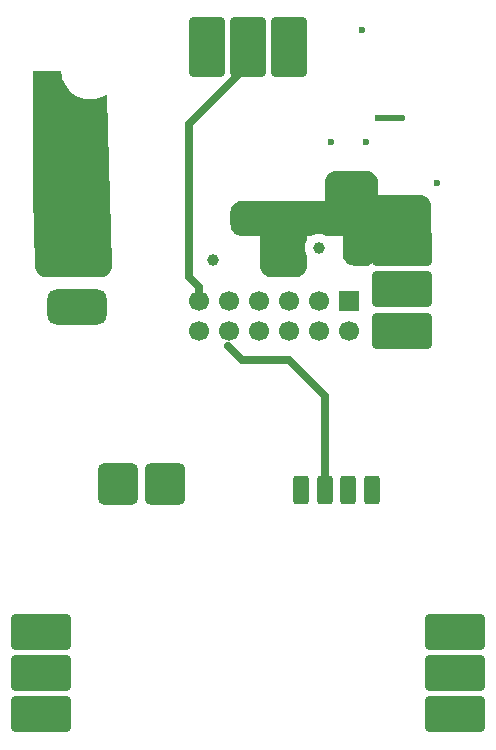
<source format=gbr>
%TF.GenerationSoftware,KiCad,Pcbnew,9.0.6*%
%TF.CreationDate,2025-11-04T19:27:02-06:00*%
%TF.ProjectId,PD_Board_v3,50445f42-6f61-4726-945f-76332e6b6963,rev?*%
%TF.SameCoordinates,Original*%
%TF.FileFunction,Copper,L2,Inr*%
%TF.FilePolarity,Positive*%
%FSLAX46Y46*%
G04 Gerber Fmt 4.6, Leading zero omitted, Abs format (unit mm)*
G04 Created by KiCad (PCBNEW 9.0.6) date 2025-11-04 19:27:02*
%MOMM*%
%LPD*%
G01*
G04 APERTURE LIST*
G04 Aperture macros list*
%AMRoundRect*
0 Rectangle with rounded corners*
0 $1 Rounding radius*
0 $2 $3 $4 $5 $6 $7 $8 $9 X,Y pos of 4 corners*
0 Add a 4 corners polygon primitive as box body*
4,1,4,$2,$3,$4,$5,$6,$7,$8,$9,$2,$3,0*
0 Add four circle primitives for the rounded corners*
1,1,$1+$1,$2,$3*
1,1,$1+$1,$4,$5*
1,1,$1+$1,$6,$7*
1,1,$1+$1,$8,$9*
0 Add four rect primitives between the rounded corners*
20,1,$1+$1,$2,$3,$4,$5,0*
20,1,$1+$1,$4,$5,$6,$7,0*
20,1,$1+$1,$6,$7,$8,$9,0*
20,1,$1+$1,$8,$9,$2,$3,0*%
G04 Aperture macros list end*
%TA.AperFunction,ComponentPad*%
%ADD10RoundRect,0.511413X-1.193298X-1.239257X1.193298X-1.239257X1.193298X1.239257X-1.193298X1.239257X0*%
%TD*%
%TA.AperFunction,ComponentPad*%
%ADD11RoundRect,0.519917X-1.213138X-1.247688X1.213138X-1.247688X1.213138X1.247688X-1.213138X1.247688X0*%
%TD*%
%TA.AperFunction,ComponentPad*%
%ADD12RoundRect,0.197827X-0.461597X-0.989841X0.461597X-0.989841X0.461597X0.989841X-0.461597X0.989841X0*%
%TD*%
%TA.AperFunction,ComponentPad*%
%ADD13RoundRect,0.250000X-2.250000X-1.250000X2.250000X-1.250000X2.250000X1.250000X-2.250000X1.250000X0*%
%TD*%
%TA.AperFunction,ComponentPad*%
%ADD14R,1.700000X1.700000*%
%TD*%
%TA.AperFunction,ComponentPad*%
%ADD15C,1.700000*%
%TD*%
%TA.AperFunction,ComponentPad*%
%ADD16RoundRect,0.750000X-1.750000X-0.750000X1.750000X-0.750000X1.750000X0.750000X-1.750000X0.750000X0*%
%TD*%
%TA.AperFunction,ComponentPad*%
%ADD17RoundRect,0.250000X1.250000X-2.250000X1.250000X2.250000X-1.250000X2.250000X-1.250000X-2.250000X0*%
%TD*%
%TA.AperFunction,ViaPad*%
%ADD18C,0.600000*%
%TD*%
%TA.AperFunction,ViaPad*%
%ADD19C,1.000000*%
%TD*%
%TA.AperFunction,Conductor*%
%ADD20C,0.700000*%
%TD*%
%TA.AperFunction,Conductor*%
%ADD21C,0.500000*%
%TD*%
G04 APERTURE END LIST*
D10*
%TO.N,+BATT_SW*%
%TO.C,E1*%
X132500000Y-88000000D03*
D11*
%TO.N,GND*%
X136500000Y-88000000D03*
D12*
X148000000Y-88500000D03*
%TO.N,+5V*%
X150000000Y-88500000D03*
%TO.N,/S3*%
X152000000Y-88500000D03*
%TO.N,/S4*%
X154000000Y-88500000D03*
D13*
%TO.N,unconnected-(E1-D0_0-Pad7)*%
X126000000Y-100500000D03*
%TO.N,unconnected-(E1-D0_1-Pad8)*%
X126000000Y-104000000D03*
%TO.N,unconnected-(E1-D0_2-Pad9)*%
X126000000Y-107500000D03*
%TO.N,unconnected-(E1-D1_0-Pad10)*%
X161000000Y-100500000D03*
%TO.N,unconnected-(E1-D1_1-Pad11)*%
X161000000Y-104000000D03*
%TO.N,unconnected-(E1-D1_2-Pad12)*%
X161000000Y-107500000D03*
%TD*%
%TO.N,+6V*%
%TO.C,J7*%
X156500000Y-68000000D03*
%TO.N,/S1*%
X156500000Y-71500000D03*
%TO.N,GND*%
X156500000Y-75000000D03*
%TD*%
D14*
%TO.N,/S1*%
%TO.C,J5*%
X152040000Y-72500000D03*
D15*
%TO.N,+5V*%
X149500000Y-72500000D03*
%TO.N,GND*%
X146960000Y-72500000D03*
X144420000Y-72500000D03*
%TO.N,+5V*%
X141880000Y-72500000D03*
%TO.N,/S2*%
X139340000Y-72500000D03*
%TO.N,/S3*%
X152040000Y-75040000D03*
%TO.N,+5V*%
X149500000Y-75040000D03*
%TO.N,GND*%
X146960000Y-75040000D03*
X144420000Y-75040000D03*
%TO.N,+5V*%
X141880000Y-75040000D03*
%TO.N,/S4*%
X139340000Y-75040000D03*
%TD*%
D16*
%TO.N,+BATT*%
%TO.C,J2*%
X129000000Y-68000000D03*
%TO.N,GND*%
X129000000Y-73000000D03*
%TD*%
D17*
%TO.N,+BATT_SW*%
%TO.C,J1*%
X140000000Y-51000000D03*
%TO.N,/S2*%
X143500000Y-51000000D03*
%TO.N,GND*%
X147000000Y-51000000D03*
%TD*%
D18*
%TO.N,+6V*%
X152500000Y-69000000D03*
X154500000Y-64500000D03*
X150500000Y-64500000D03*
X152500000Y-67500000D03*
X154500000Y-66000000D03*
X158500000Y-64500000D03*
X152500000Y-64500000D03*
X156500000Y-66000000D03*
X158500000Y-66000000D03*
X156500000Y-64500000D03*
X148500000Y-66000000D03*
X152500000Y-66000000D03*
X148500000Y-64500000D03*
X150500000Y-66000000D03*
%TO.N,GND*%
X153175000Y-49595000D03*
D19*
X140500000Y-69000000D03*
D18*
X159500000Y-62500000D03*
X150500000Y-59000000D03*
D19*
X149500000Y-68000000D03*
D18*
X153500000Y-59000000D03*
%TO.N,+BATT*%
X127500000Y-59500000D03*
X130500000Y-65500000D03*
X130500000Y-62500000D03*
X130500000Y-59500000D03*
X127500000Y-65500000D03*
X127500000Y-57000000D03*
X127500000Y-62500000D03*
%TO.N,Net-(U1-EN)*%
X156500000Y-57000000D03*
X154500000Y-57000000D03*
%TD*%
D20*
%TO.N,/S2*%
X139340000Y-72500000D02*
X139340000Y-71340000D01*
X139340000Y-71340000D02*
X138500000Y-70500000D01*
X138500000Y-70500000D02*
X138500000Y-57500000D01*
X138500000Y-57500000D02*
X143500000Y-52500000D01*
X143500000Y-52500000D02*
X143500000Y-51000000D01*
%TO.N,+5V*%
X141840000Y-76340000D02*
X143000000Y-77500000D01*
X147000000Y-77500000D02*
X149500000Y-80000000D01*
X150000000Y-88500000D02*
X150000000Y-80500000D01*
X150000000Y-80500000D02*
X149500000Y-80000000D01*
X143000000Y-77500000D02*
X147000000Y-77500000D01*
%TO.N,/S3*%
X152080000Y-88420000D02*
X152000000Y-88500000D01*
%TO.N,/S1*%
X156460000Y-71460000D02*
X156500000Y-71500000D01*
D21*
%TO.N,Net-(U1-EN)*%
X156500000Y-57000000D02*
X154500000Y-57000000D01*
%TD*%
%TA.AperFunction,Conductor*%
%TO.N,+BATT*%
G36*
X127642549Y-53019685D02*
G01*
X127688304Y-53072489D01*
X127699510Y-53124000D01*
X127699510Y-53134813D01*
X127729696Y-53402718D01*
X127729698Y-53402734D01*
X127789692Y-53665587D01*
X127789696Y-53665599D01*
X127878739Y-53920068D01*
X127878745Y-53920082D01*
X127995723Y-54162989D01*
X127995725Y-54162992D01*
X128139170Y-54391283D01*
X128307273Y-54602078D01*
X128497922Y-54792727D01*
X128708717Y-54960830D01*
X128937008Y-55104275D01*
X129179925Y-55221258D01*
X129179931Y-55221260D01*
X129434400Y-55310303D01*
X129434412Y-55310307D01*
X129697269Y-55370302D01*
X129965186Y-55400489D01*
X129965187Y-55400490D01*
X129965191Y-55400490D01*
X130234813Y-55400490D01*
X130234813Y-55400489D01*
X130502731Y-55370302D01*
X130765588Y-55310307D01*
X131020075Y-55221258D01*
X131262992Y-55104275D01*
X131371156Y-55036310D01*
X131438392Y-55017310D01*
X131505227Y-55037677D01*
X131550442Y-55090945D01*
X131561077Y-55137763D01*
X131970435Y-69465236D01*
X131970170Y-69477622D01*
X131957262Y-69658112D01*
X131953042Y-69682499D01*
X131906219Y-69850822D01*
X131897240Y-69873885D01*
X131817919Y-70029560D01*
X131804539Y-70050379D01*
X131695888Y-70187196D01*
X131678640Y-70204944D01*
X131544974Y-70317465D01*
X131524552Y-70331429D01*
X131455322Y-70369231D01*
X131371205Y-70415163D01*
X131348409Y-70424796D01*
X131181493Y-70476407D01*
X131157238Y-70481322D01*
X130977192Y-70499381D01*
X130964817Y-70500000D01*
X126477813Y-70500000D01*
X126465880Y-70499424D01*
X126416472Y-70494646D01*
X126292186Y-70482630D01*
X126268761Y-70478058D01*
X126107253Y-70430008D01*
X126085137Y-70421032D01*
X125935826Y-70342929D01*
X125915840Y-70329882D01*
X125784262Y-70224622D01*
X125767146Y-70207988D01*
X125658172Y-70079470D01*
X125644560Y-70059865D01*
X125562224Y-69912845D01*
X125552620Y-69890994D01*
X125546993Y-69873885D01*
X125499977Y-69730925D01*
X125494739Y-69707647D01*
X125472990Y-69534491D01*
X125472074Y-69522579D01*
X125300543Y-63518994D01*
X125300492Y-63515453D01*
X125300492Y-53124000D01*
X125320177Y-53056961D01*
X125372981Y-53011206D01*
X125424492Y-53000000D01*
X127575510Y-53000000D01*
X127642549Y-53019685D01*
G37*
%TD.AperFunction*%
%TD*%
%TA.AperFunction,Conductor*%
%TO.N,+6V*%
G36*
X152695833Y-61484965D02*
G01*
X153502290Y-61491685D01*
X153514353Y-61492376D01*
X153690164Y-61511080D01*
X153713828Y-61515967D01*
X153875723Y-61566277D01*
X153876846Y-61566626D01*
X153899126Y-61576018D01*
X154049212Y-61657349D01*
X154069247Y-61670888D01*
X154200694Y-61779799D01*
X154217720Y-61796967D01*
X154325529Y-61929313D01*
X154338900Y-61949460D01*
X154418975Y-62100212D01*
X154428182Y-62122571D01*
X154477480Y-62286006D01*
X154482172Y-62309725D01*
X154499409Y-62485668D01*
X154500000Y-62497758D01*
X154500000Y-63500000D01*
X157993907Y-63500000D01*
X158006061Y-63500597D01*
X158182941Y-63518018D01*
X158206769Y-63522757D01*
X158371001Y-63572576D01*
X158393453Y-63581877D01*
X158544798Y-63662772D01*
X158565010Y-63676277D01*
X158697666Y-63785145D01*
X158714854Y-63802333D01*
X158823722Y-63934989D01*
X158837227Y-63955201D01*
X158918121Y-64106543D01*
X158927424Y-64129001D01*
X158977240Y-64293224D01*
X158981982Y-64317065D01*
X158999403Y-64493938D01*
X159000000Y-64506092D01*
X159000000Y-68493907D01*
X158999403Y-68506061D01*
X158981982Y-68682934D01*
X158977240Y-68706775D01*
X158927424Y-68870998D01*
X158918121Y-68893456D01*
X158837227Y-69044798D01*
X158823722Y-69065010D01*
X158714854Y-69197666D01*
X158697667Y-69214854D01*
X158628821Y-69271353D01*
X158564514Y-69298666D01*
X158550158Y-69299500D01*
X154194862Y-69299500D01*
X154182599Y-69300590D01*
X154081451Y-69309582D01*
X153895596Y-69362762D01*
X153724243Y-69452269D01*
X153699921Y-69472102D01*
X153635525Y-69499211D01*
X153621561Y-69500000D01*
X152506093Y-69500000D01*
X152493939Y-69499403D01*
X152317065Y-69481982D01*
X152293224Y-69477240D01*
X152129001Y-69427424D01*
X152106543Y-69418121D01*
X151955201Y-69337227D01*
X151934989Y-69323722D01*
X151802333Y-69214854D01*
X151785145Y-69197666D01*
X151676277Y-69065010D01*
X151662772Y-69044798D01*
X151581878Y-68893456D01*
X151572575Y-68870998D01*
X151522757Y-68706769D01*
X151518018Y-68682941D01*
X151500597Y-68506061D01*
X151500000Y-68493907D01*
X151500000Y-67000000D01*
X150500000Y-67000000D01*
X150206321Y-67000000D01*
X150139282Y-66980315D01*
X150133433Y-66976316D01*
X150129201Y-66973241D01*
X149960836Y-66887454D01*
X149781118Y-66829059D01*
X149594486Y-66799500D01*
X149594481Y-66799500D01*
X149405519Y-66799500D01*
X149405514Y-66799500D01*
X149218881Y-66829059D01*
X149039163Y-66887454D01*
X148870798Y-66973241D01*
X148866567Y-66976316D01*
X148800761Y-66999798D01*
X148793679Y-67000000D01*
X148500000Y-67000000D01*
X148500000Y-67293678D01*
X148480315Y-67360717D01*
X148476320Y-67366560D01*
X148473242Y-67370795D01*
X148387454Y-67539163D01*
X148329059Y-67718881D01*
X148299500Y-67905513D01*
X148299500Y-68094486D01*
X148329059Y-68281118D01*
X148387454Y-68460836D01*
X148410498Y-68506061D01*
X148473240Y-68629199D01*
X148476315Y-68633431D01*
X148499797Y-68699233D01*
X148500000Y-68706320D01*
X148500000Y-69493907D01*
X148499403Y-69506061D01*
X148481982Y-69682934D01*
X148477240Y-69706775D01*
X148427424Y-69870998D01*
X148418121Y-69893456D01*
X148337227Y-70044798D01*
X148323722Y-70065010D01*
X148214854Y-70197666D01*
X148197666Y-70214854D01*
X148065010Y-70323722D01*
X148044798Y-70337227D01*
X147893456Y-70418121D01*
X147870998Y-70427424D01*
X147706775Y-70477240D01*
X147682934Y-70481982D01*
X147506061Y-70499403D01*
X147493907Y-70500000D01*
X145506093Y-70500000D01*
X145493939Y-70499403D01*
X145317065Y-70481982D01*
X145293224Y-70477240D01*
X145129001Y-70427424D01*
X145106543Y-70418121D01*
X144955201Y-70337227D01*
X144934989Y-70323722D01*
X144802333Y-70214854D01*
X144785145Y-70197666D01*
X144676277Y-70065010D01*
X144662772Y-70044798D01*
X144581878Y-69893456D01*
X144572575Y-69870998D01*
X144522757Y-69706769D01*
X144518018Y-69682941D01*
X144500597Y-69506061D01*
X144500000Y-69493907D01*
X144500000Y-67000000D01*
X143500000Y-67000000D01*
X143006093Y-67000000D01*
X142993939Y-66999403D01*
X142817065Y-66981982D01*
X142793224Y-66977240D01*
X142629001Y-66927424D01*
X142606543Y-66918121D01*
X142455201Y-66837227D01*
X142434989Y-66823722D01*
X142302333Y-66714854D01*
X142285145Y-66697666D01*
X142176277Y-66565010D01*
X142162772Y-66544798D01*
X142081878Y-66393456D01*
X142072575Y-66370998D01*
X142022757Y-66206769D01*
X142018018Y-66182941D01*
X142000597Y-66006061D01*
X142000000Y-65993907D01*
X142000000Y-65006092D01*
X142000597Y-64993938D01*
X142018018Y-64817056D01*
X142022757Y-64793232D01*
X142072577Y-64628994D01*
X142081875Y-64606549D01*
X142162775Y-64455195D01*
X142176272Y-64434995D01*
X142285149Y-64302328D01*
X142302328Y-64285149D01*
X142434995Y-64176272D01*
X142455195Y-64162775D01*
X142606549Y-64081875D01*
X142628994Y-64072577D01*
X142793232Y-64022757D01*
X142817056Y-64018018D01*
X142993939Y-64000597D01*
X143006093Y-64000000D01*
X150000000Y-64000000D01*
X150000000Y-62476996D01*
X150000603Y-62464778D01*
X150018208Y-62286967D01*
X150023000Y-62263013D01*
X150073338Y-62097999D01*
X150082731Y-62075456D01*
X150164458Y-61923509D01*
X150178091Y-61903243D01*
X150288026Y-61770278D01*
X150305368Y-61753080D01*
X150439248Y-61644253D01*
X150459620Y-61630794D01*
X150612240Y-61550338D01*
X150634868Y-61541132D01*
X150799595Y-61492377D01*
X150800295Y-61492169D01*
X150824287Y-61487578D01*
X151002251Y-61471454D01*
X151014431Y-61470953D01*
X152695833Y-61484965D01*
G37*
%TD.AperFunction*%
%TD*%
M02*

</source>
